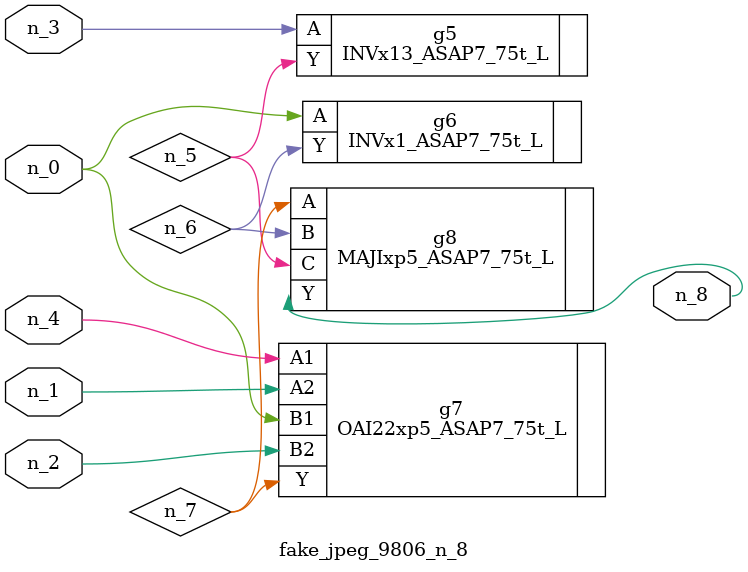
<source format=v>
module fake_jpeg_9806_n_8 (n_3, n_2, n_1, n_0, n_4, n_8);

input n_3;
input n_2;
input n_1;
input n_0;
input n_4;

output n_8;

wire n_6;
wire n_5;
wire n_7;

INVx13_ASAP7_75t_L g5 ( 
.A(n_3),
.Y(n_5)
);

INVx1_ASAP7_75t_L g6 ( 
.A(n_0),
.Y(n_6)
);

OAI22xp5_ASAP7_75t_L g7 ( 
.A1(n_4),
.A2(n_1),
.B1(n_0),
.B2(n_2),
.Y(n_7)
);

MAJIxp5_ASAP7_75t_L g8 ( 
.A(n_7),
.B(n_6),
.C(n_5),
.Y(n_8)
);


endmodule
</source>
